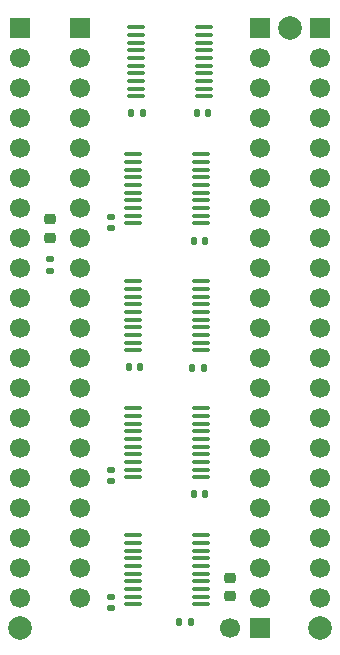
<source format=gbr>
%TF.GenerationSoftware,KiCad,Pcbnew,9.0.3*%
%TF.CreationDate,2025-07-14T16:06:07+02:00*%
%TF.ProjectId,IF-Board,49462d42-6f61-4726-942e-6b696361645f,rev?*%
%TF.SameCoordinates,Original*%
%TF.FileFunction,Soldermask,Top*%
%TF.FilePolarity,Negative*%
%FSLAX46Y46*%
G04 Gerber Fmt 4.6, Leading zero omitted, Abs format (unit mm)*
G04 Created by KiCad (PCBNEW 9.0.3) date 2025-07-14 16:06:07*
%MOMM*%
%LPD*%
G01*
G04 APERTURE LIST*
G04 Aperture macros list*
%AMRoundRect*
0 Rectangle with rounded corners*
0 $1 Rounding radius*
0 $2 $3 $4 $5 $6 $7 $8 $9 X,Y pos of 4 corners*
0 Add a 4 corners polygon primitive as box body*
4,1,4,$2,$3,$4,$5,$6,$7,$8,$9,$2,$3,0*
0 Add four circle primitives for the rounded corners*
1,1,$1+$1,$2,$3*
1,1,$1+$1,$4,$5*
1,1,$1+$1,$6,$7*
1,1,$1+$1,$8,$9*
0 Add four rect primitives between the rounded corners*
20,1,$1+$1,$2,$3,$4,$5,0*
20,1,$1+$1,$4,$5,$6,$7,0*
20,1,$1+$1,$6,$7,$8,$9,0*
20,1,$1+$1,$8,$9,$2,$3,0*%
G04 Aperture macros list end*
%ADD10RoundRect,0.140000X0.140000X0.170000X-0.140000X0.170000X-0.140000X-0.170000X0.140000X-0.170000X0*%
%ADD11RoundRect,0.140000X-0.170000X0.140000X-0.170000X-0.140000X0.170000X-0.140000X0.170000X0.140000X0*%
%ADD12C,2.000000*%
%ADD13R,1.700000X1.700000*%
%ADD14C,1.700000*%
%ADD15RoundRect,0.140000X-0.140000X-0.170000X0.140000X-0.170000X0.140000X0.170000X-0.140000X0.170000X0*%
%ADD16RoundRect,0.100000X0.637500X0.100000X-0.637500X0.100000X-0.637500X-0.100000X0.637500X-0.100000X0*%
%ADD17RoundRect,0.225000X0.250000X-0.225000X0.250000X0.225000X-0.250000X0.225000X-0.250000X-0.225000X0*%
%ADD18RoundRect,0.135000X-0.185000X0.135000X-0.185000X-0.135000X0.185000X-0.135000X0.185000X0.135000X0*%
G04 APERTURE END LIST*
D10*
%TO.C,C5*%
X147706000Y-81914400D03*
X146746000Y-81914400D03*
%TD*%
D11*
%TO.C,C7*%
X145041600Y-90652500D03*
X145041600Y-91612500D03*
%TD*%
D12*
%TO.C,FID3*%
X162720000Y-125450000D03*
%TD*%
D13*
%TO.C,J8*%
X157640000Y-125450000D03*
D14*
X155100000Y-125450000D03*
%TD*%
D13*
%TO.C,J4*%
X162720000Y-74650000D03*
D14*
X162720000Y-77190000D03*
X162720000Y-79730000D03*
X162720000Y-82270000D03*
X162720000Y-84810000D03*
X162720000Y-87350000D03*
X162720000Y-89890000D03*
X162720000Y-92430000D03*
X162720000Y-94970000D03*
X162720000Y-97510000D03*
X162720000Y-100050000D03*
X162720000Y-102590000D03*
X162720000Y-105130000D03*
X162720000Y-107670000D03*
X162720000Y-110210000D03*
X162720000Y-112750000D03*
X162720000Y-115290000D03*
X162720000Y-117830000D03*
X162720000Y-120370000D03*
X162720000Y-122910000D03*
%TD*%
D15*
%TO.C,C6*%
X152070000Y-92684000D03*
X153030000Y-92684000D03*
%TD*%
D13*
%TO.C,J2*%
X137320000Y-74650000D03*
D14*
X137320000Y-77190000D03*
X137320000Y-79730000D03*
X137320000Y-82270000D03*
X137320000Y-84810000D03*
X137320000Y-87350000D03*
X137320000Y-89890000D03*
X137320000Y-92430000D03*
X137320000Y-94970000D03*
X137320000Y-97510000D03*
X137320000Y-100050000D03*
X137320000Y-102590000D03*
X137320000Y-105130000D03*
X137320000Y-107670000D03*
X137320000Y-110210000D03*
X137320000Y-112750000D03*
X137320000Y-115290000D03*
X137320000Y-117830000D03*
X137320000Y-120370000D03*
X137320000Y-122910000D03*
%TD*%
D16*
%TO.C,U4*%
X152882500Y-80475000D03*
X152882500Y-79825000D03*
X152882500Y-79175000D03*
X152882500Y-78525000D03*
X152882500Y-77875000D03*
X152882500Y-77225000D03*
X152882500Y-76575000D03*
X152882500Y-75925000D03*
X152882500Y-75275000D03*
X152882500Y-74625000D03*
X147157500Y-74625000D03*
X147157500Y-75275000D03*
X147157500Y-75925000D03*
X147157500Y-76575000D03*
X147157500Y-77225000D03*
X147157500Y-77875000D03*
X147157500Y-78525000D03*
X147157500Y-79175000D03*
X147157500Y-79825000D03*
X147157500Y-80475000D03*
%TD*%
%TO.C,U5*%
X152645000Y-91225000D03*
X152645000Y-90575000D03*
X152645000Y-89925000D03*
X152645000Y-89275000D03*
X152645000Y-88625000D03*
X152645000Y-87975000D03*
X152645000Y-87325000D03*
X152645000Y-86675000D03*
X152645000Y-86025000D03*
X152645000Y-85375000D03*
X146920000Y-85375000D03*
X146920000Y-86025000D03*
X146920000Y-86675000D03*
X146920000Y-87325000D03*
X146920000Y-87975000D03*
X146920000Y-88625000D03*
X146920000Y-89275000D03*
X146920000Y-89925000D03*
X146920000Y-90575000D03*
X146920000Y-91225000D03*
%TD*%
D17*
%TO.C,C14*%
X155100000Y-122769500D03*
X155100000Y-121219500D03*
%TD*%
D12*
%TO.C,FID1*%
X160180000Y-74650000D03*
%TD*%
D18*
%TO.C,R15*%
X139860000Y-94204000D03*
X139860000Y-95224000D03*
%TD*%
D16*
%TO.C,U7*%
X152645000Y-112725000D03*
X152645000Y-112075000D03*
X152645000Y-111425000D03*
X152645000Y-110775000D03*
X152645000Y-110125000D03*
X152645000Y-109475000D03*
X152645000Y-108825000D03*
X152645000Y-108175000D03*
X152645000Y-107525000D03*
X152645000Y-106875000D03*
X146920000Y-106875000D03*
X146920000Y-107525000D03*
X146920000Y-108175000D03*
X146920000Y-108825000D03*
X146920000Y-109475000D03*
X146920000Y-110125000D03*
X146920000Y-110775000D03*
X146920000Y-111425000D03*
X146920000Y-112075000D03*
X146920000Y-112725000D03*
%TD*%
D10*
%TO.C,C8*%
X152880000Y-103450000D03*
X151920000Y-103450000D03*
%TD*%
D15*
%TO.C,C10*%
X152070000Y-114172400D03*
X153030000Y-114172400D03*
%TD*%
D11*
%TO.C,C13*%
X145000000Y-122870000D03*
X145000000Y-123830000D03*
%TD*%
D16*
%TO.C,U6*%
X152645000Y-101975000D03*
X152645000Y-101325000D03*
X152645000Y-100675000D03*
X152645000Y-100025000D03*
X152645000Y-99375000D03*
X152645000Y-98725000D03*
X152645000Y-98075000D03*
X152645000Y-97425000D03*
X152645000Y-96775000D03*
X152645000Y-96125000D03*
X146920000Y-96125000D03*
X146920000Y-96775000D03*
X146920000Y-97425000D03*
X146920000Y-98075000D03*
X146920000Y-98725000D03*
X146920000Y-99375000D03*
X146920000Y-100025000D03*
X146920000Y-100675000D03*
X146920000Y-101325000D03*
X146920000Y-101975000D03*
%TD*%
D17*
%TO.C,C15*%
X139860000Y-92443000D03*
X139860000Y-90893000D03*
%TD*%
D12*
%TO.C,FID2*%
X137320000Y-125450000D03*
%TD*%
D10*
%TO.C,C9*%
X147480000Y-103402800D03*
X146520000Y-103402800D03*
%TD*%
D16*
%TO.C,U8*%
X152645000Y-123475000D03*
X152645000Y-122825000D03*
X152645000Y-122175000D03*
X152645000Y-121525000D03*
X152645000Y-120875000D03*
X152645000Y-120225000D03*
X152645000Y-119575000D03*
X152645000Y-118925000D03*
X152645000Y-118275000D03*
X152645000Y-117625000D03*
X146920000Y-117625000D03*
X146920000Y-118275000D03*
X146920000Y-118925000D03*
X146920000Y-119575000D03*
X146920000Y-120225000D03*
X146920000Y-120875000D03*
X146920000Y-121525000D03*
X146920000Y-122175000D03*
X146920000Y-122825000D03*
X146920000Y-123475000D03*
%TD*%
D10*
%TO.C,C12*%
X151770000Y-124942000D03*
X150810000Y-124942000D03*
%TD*%
D11*
%TO.C,C11*%
X145041600Y-112066800D03*
X145041600Y-113026800D03*
%TD*%
D15*
%TO.C,C4*%
X152283200Y-81914400D03*
X153243200Y-81914400D03*
%TD*%
D13*
%TO.C,J11*%
X142400000Y-74650000D03*
D14*
X142400000Y-77190000D03*
X142400000Y-79730000D03*
X142400000Y-82270000D03*
X142400000Y-84810000D03*
X142400000Y-87350000D03*
X142400000Y-89890000D03*
X142400000Y-92430000D03*
X142400000Y-94970000D03*
X142400000Y-97510000D03*
X142400000Y-100050000D03*
X142400000Y-102590000D03*
X142400000Y-105130000D03*
X142400000Y-107670000D03*
X142400000Y-110210000D03*
X142400000Y-112750000D03*
X142400000Y-115290000D03*
X142400000Y-117830000D03*
X142400000Y-120370000D03*
X142400000Y-122910000D03*
%TD*%
D13*
%TO.C,J10*%
X157640000Y-74650000D03*
D14*
X157640000Y-77190000D03*
X157640000Y-79730000D03*
X157640000Y-82270000D03*
X157640000Y-84810000D03*
X157640000Y-87350000D03*
X157640000Y-89890000D03*
X157640000Y-92430000D03*
X157640000Y-94970000D03*
X157640000Y-97510000D03*
X157640000Y-100050000D03*
X157640000Y-102590000D03*
X157640000Y-105130000D03*
X157640000Y-107670000D03*
X157640000Y-110210000D03*
X157640000Y-112750000D03*
X157640000Y-115290000D03*
X157640000Y-117830000D03*
X157640000Y-120370000D03*
X157640000Y-122910000D03*
%TD*%
M02*

</source>
